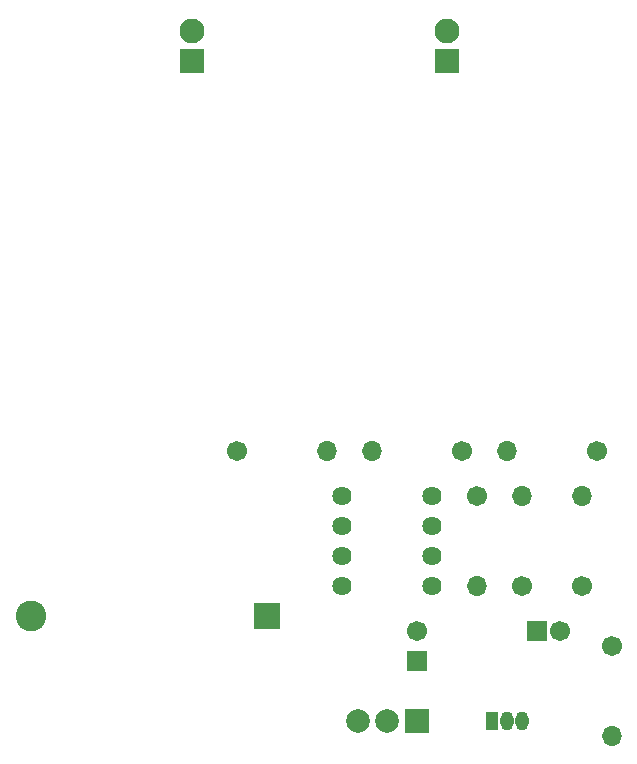
<source format=gts>
%TF.GenerationSoftware,KiCad,Pcbnew,(5.1.6)-1*%
%TF.CreationDate,2020-09-04T19:50:29+05:30*%
%TF.ProjectId,555_badge,3535355f-6261-4646-9765-2e6b69636164,v01*%
%TF.SameCoordinates,Original*%
%TF.FileFunction,Soldermask,Top*%
%TF.FilePolarity,Negative*%
%FSLAX46Y46*%
G04 Gerber Fmt 4.6, Leading zero omitted, Abs format (unit mm)*
G04 Created by KiCad (PCBNEW (5.1.6)-1) date 2020-09-04 19:50:29*
%MOMM*%
%LPD*%
G01*
G04 APERTURE LIST*
%ADD10R,2.271600X2.271600*%
%ADD11C,2.601600*%
%ADD12R,1.701600X1.701600*%
%ADD13C,1.701600*%
%ADD14C,2.101600*%
%ADD15R,2.101600X2.101600*%
%ADD16O,1.101600X1.601600*%
%ADD17R,1.101600X1.601600*%
%ADD18O,1.701600X1.701600*%
%ADD19R,2.001600X2.001600*%
%ADD20C,2.001600*%
%ADD21C,1.625600*%
G04 APERTURE END LIST*
D10*
%TO.C,BAT1*%
X149860000Y-114300000D03*
D11*
X129860000Y-114300000D03*
%TD*%
D12*
%TO.C,C1*%
X172720000Y-115570000D03*
D13*
X174720000Y-115570000D03*
%TD*%
D12*
%TO.C,C2*%
X162560000Y-118110000D03*
D13*
X162560000Y-115610000D03*
%TD*%
D14*
%TO.C,D1*%
X143510000Y-64770000D03*
D15*
X143510000Y-67310000D03*
%TD*%
%TO.C,D2*%
X165100000Y-67310000D03*
D14*
X165100000Y-64770000D03*
%TD*%
D16*
%TO.C,Q1*%
X170180000Y-123190000D03*
X171450000Y-123190000D03*
D17*
X168910000Y-123190000D03*
%TD*%
D13*
%TO.C,R1*%
X177800000Y-100330000D03*
D18*
X170180000Y-100330000D03*
%TD*%
%TO.C,R2*%
X158750000Y-100330000D03*
D13*
X166370000Y-100330000D03*
%TD*%
D18*
%TO.C,R3*%
X167640000Y-111760000D03*
D13*
X167640000Y-104140000D03*
%TD*%
%TO.C,R4*%
X171450000Y-111760000D03*
D18*
X171450000Y-104140000D03*
%TD*%
D13*
%TO.C,R5*%
X179070000Y-116840000D03*
D18*
X179070000Y-124460000D03*
%TD*%
%TO.C,R6*%
X154940000Y-100330000D03*
D13*
X147320000Y-100330000D03*
%TD*%
%TO.C,R7*%
X176530000Y-111760000D03*
D18*
X176530000Y-104140000D03*
%TD*%
D19*
%TO.C,S1*%
X162560000Y-123190000D03*
D20*
X160060000Y-123190000D03*
X157560000Y-123190000D03*
%TD*%
D21*
%TO.C,U1*%
X163830000Y-111760000D03*
X163830000Y-109220000D03*
X163830000Y-106680000D03*
X163830000Y-104140000D03*
X156210000Y-104140000D03*
X156210000Y-106680000D03*
X156210000Y-109220000D03*
X156210000Y-111760000D03*
%TD*%
M02*

</source>
